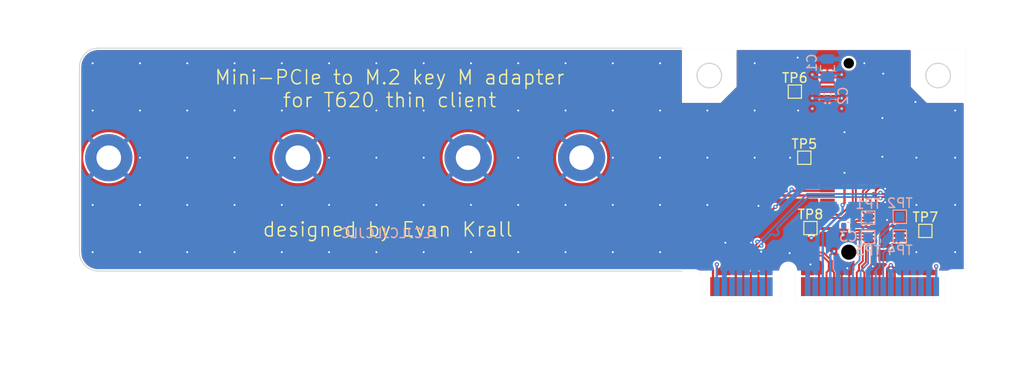
<source format=kicad_pcb>
(kicad_pcb (version 20211014) (generator pcbnew)
  (layers (0 "F.Cu" signal) (1 "In1.Cu" signal) (2 "In2.Cu" signal) (31 "B.Cu" signal) (34 "B.Paste" user) (35 "F.Paste" user) (36 "B.SilkS" user "B.Silkscreen") (37 "F.SilkS" user "F.Silkscreen") (38 "B.Mask" user) (39 "F.Mask" user) (44 "Edge.Cuts" user))
  (net 0 "")
  (net 1 "/PER_0-")
  (net 2 "/3.3V")
  (net 4 "GND")
  (net 7 "/~{CLKREQ}")
  (net 16 "/~{PERST}")
  (net 17 "/PER_0+")
  (net 18 "/PET_0-")
  (net 20 "Net-(J1-Pad30)")
  (net 21 "/PET_0+")
  (net 22 "Net-(J1-Pad32)")
  (net 23 "/REFCLK-")
  (net 24 "Net-(J1-Pad36)")
  (net 25 "Net-(J1-Pad38)")
  (net 38 "Net-(J2-Pad10)")
  (net 58 "Net-(J2-Pad38)")
  (net 64 "/~{PEWAKE}")
  (net 68 "Net-(J2-Pad68)")
  (net 69 "Net-(J2-Pad69)")
  (net 70 "/REFCLK+")
  (footprint "TestPoint:TestPoint_Pad_1.0x1.0mm" (layer "F.Cu") (at 183.45 86.85)
    (fp_text reference "TP7")
    (fp_text value "TestPoint")
  )
  (footprint "mpcie:mpcie-half-card" (layer "F.Cu") (at 172.7 94.3)
    (fp_text reference "J1" hide)
    (fp_text value "Bus_PCI_Express_Mini" hide)
    (fp_line (start -4.5 0) (end -4.5 -3.25) (layer "Edge.Cuts") (width 0.01))
    (fp_line (start -12.85 0) (end -12.85 -2.4) (layer "Edge.Cuts") (width 0.01))
    (fp_line (start 15 -26.8) (end -15 -26.8) (layer "Edge.Cuts") (width 0.01))
    (fp_line (start -13.65 -3.2) (end -15 -3.2) (layer "Edge.Cuts") (width 0.01))
    (fp_line (start -3 0) (end -3 -3.25) (layer "Edge.Cuts") (width 0.01))
    (fp_line (start 15 -3.2) (end 15 -26.8) (layer "Edge.Cuts") (width 0.01))
    (fp_line (start 12.85 0) (end 12.85 -2.4) (layer "Edge.Cuts") (width 0.01))
    (fp_line (start -3 0) (end 12.85 0) (layer "Edge.Cuts") (width 0.01))
    (fp_line (start -4.5 0) (end -12.85 0) (layer "Edge.Cuts") (width 0.01))
    (fp_line (start 15 -3.2) (end 13.65 -3.2) (layer "Edge.Cuts") (width 0.01))
    (fp_arc (start 12.85 -2.4) (mid 13.084315 -2.965685) (end 13.65 -3.2) (layer "Edge.Cuts") (width 0.01))
    (fp_arc (start -13.65 -3.2) (mid -13.084315 -2.965685) (end -12.85 -2.4) (layer "Edge.Cuts") (width 0.01))
    (fp_arc (start -4.5 -3.25) (mid -3.75 -4) (end -3 -3.25) (layer "Edge.Cuts") (width 0.01))
    (fp_circle (center 12.1 -23.9) (end 13.4 -23.9) (layer "Edge.Cuts") (width 0.12) (fill none))
    (fp_circle (center -12.1 -23.9) (end -10.8 -23.9) (layer "Edge.Cuts") (width 0.12) (fill none))
  )
  (footprint "TestPoint:TestPoint_Pad_1.0x1.0mm" (layer "F.Cu") (at 170.65 79.1)
    (fp_text reference "TP5")
    (fp_text value "TestPoint")
  )
  (footprint "TestPoint:TestPoint_Pad_1.0x1.0mm" (layer "F.Cu") (at 171.3 86.55)
    (fp_text reference "TP8")
    (fp_text value "TestPoint")
  )
  (footprint "TestPoint:TestPoint_Pad_1.0x1.0mm" (layer "F.Cu") (at 169.65 72.1)
    (fp_text reference "TP6")
    (fp_text value "TestPoint")
  )
  (footprint "footprints:246411067101894M_and_SM3ZS067U215-NUT1" (layer "F.Cu") (at 177.1 79.1 -90)
    (fp_text reference "J2" hide)
    (fp_text value "Bus_M.2_Socket_M")
  )
  (footprint "TestPoint:TestPoint_Pad_1.0x1.0mm" (layer "B.Cu") (at 177.4 87.5)
    (fp_text reference "TP3")
    (fp_text value "TestPoint")
  )
  (footprint "TestPoint:TestPoint_Pad_1.0x1.0mm" (layer "B.Cu") (at 177.4 85.45 180)
    (fp_text reference "TP1")
    (fp_text value "TestPoint")
  )
  (footprint "Capacitor_SMD:C_0402_1005Metric" (layer "B.Cu") (at 173.1 72.4 90)
    (fp_text reference "C2")
    (fp_text value "C")
  )
  (footprint "Capacitor_SMD:C_0402_1005Metric" (layer "B.Cu") (at 175.3 86.3)
    (fp_text reference "C3")
    (fp_text value "C")
  )
  (footprint "TestPoint:TestPoint_Pad_1.0x1.0mm" (layer "B.Cu") (at 180.75 87.45)
    (fp_text reference "TP4")
    (fp_text value "TestPoint")
  )
  (footprint "TestPoint:TestPoint_Pad_1.0x1.0mm" (layer "B.Cu") (at 180.75 85.35 180)
    (fp_text reference "TP2")
    (fp_text value "TestPoint")
  )
  (footprint "Capacitor_SMD:C_0805_2012Metric" (layer "B.Cu") (at 173.1 69.6 90)
    (fp_text reference "C1")
    (fp_text value "C")
  )
  (gr_arc (start 96 91.1) (mid 94.585786 90.514214) (end 94 89.1) (layer "Edge.Cuts") (width 0.1))
  (gr_line (start 94 69.5) (end 94 89.1) (layer "Edge.Cuts") (width 0.1))
  (gr_line (start 157.7 67.5) (end 96 67.5) (layer "Edge.Cuts") (width 0.1))
  (gr_line (start 157.7 91.1) (end 96 91.1) (layer "Edge.Cuts") (width 0.1))
  (gr_arc (start 94 69.5) (mid 94.585786 68.085786) (end 96 67.5) (layer "Edge.Cuts") (width 0.1))
  (gr_text "JLCJLCJLCJLC" (at 126.8 87.1) (layer "B.SilkS") (effects (font (size 1 1)) (justify mirror)))
  (gr_text "designed by Evan Krall" (at 126.6 86.7) (layer "F.SilkS") (effects (font (size 1.5 1.5))))
  (gr_text "Mini-PCIe to M.2 key M adapter\nfor T620 thin client" (at 126.8 71.8) (layer "F.SilkS") (effects (font (size 1.5 1.5))))
  (segment (start 179.442499 79.85) (end 180.605 79.85) (width 0.2) (layer "F.Cu") (net 1))
  (segment (start 173.19998 91.050019) (end 173.19998 91.00857) (width 0.2) (layer "F.Cu") (net 1))
  (segment (start 179.355999 79.9365) (end 179.442499 79.85) (width 0.2) (layer "F.Cu") (net 1))
  (segment (start 175.77348 83.86475) (end 175.77348 81.695296) (width 0.2) (layer "F.Cu") (net 1))
  (segment (start 170.701731 89.4635) (end 169.72348 88.485249) (width 0.2) (layer "F.Cu") (net 1))
  (segment (start 169.72348 86.06475) (end 170.65173 85.1365) (width 0.2) (layer "F.Cu") (net 1))
  (segment (start 173 92.75) (end 173 91.249999) (width 0.2) (layer "F.Cu") (net 1))
  (segment (start 175.77348 81.695296) (end 177.532276 79.9365) (width 0.2) (layer "F.Cu") (net 1))
  (segment (start 174.50173 85.1365) (end 175.77348 83.86475) (width 0.2) (layer "F.Cu") (net 1))
  (segment (start 173.2365 90.167724) (end 172.532276 89.4635) (width 0.2) (layer "F.Cu") (net 1))
  (segment (start 173 91.249999) (end 173.19998 91.050019) (width 0.2) (layer "F.Cu") (net 1))
  (segment (start 177.532276 79.9365) (end 179.355999 79.9365) (width 0.2) (layer "F.Cu") (net 1))
  (segment (start 173.2365 90.97205) (end 173.2365 90.167724) (width 0.2) (layer "F.Cu") (net 1))
  (segment (start 172.532276 89.4635) (end 170.701731 89.4635) (width 0.2) (layer "F.Cu") (net 1))
  (segment (start 170.65173 85.1365) (end 174.50173 85.1365) (width 0.2) (layer "F.Cu") (net 1))
  (segment (start 169.72348 88.485249) (end 169.72348 86.06475) (width 0.2) (layer "F.Cu") (net 1))
  (segment (start 173.19998 91.00857) (end 173.2365 90.97205) (width 0.2) (layer "F.Cu") (net 1))
  (segment (start 179.8 90.474502) (end 179.4 90.874502) (width 0.25) (layer "F.Cu") (net 2))
  (segment (start 179.4 90.874502) (end 179.4 92.75) (width 0.25) (layer "F.Cu") (net 2))
  (segment (start 180.2 90.874502) (end 180.2 92.75) (width 0.25) (layer "F.Cu") (net 2))
  (segment (start 179.8 90.474502) (end 180.2 90.874502) (width 0.25) (layer "F.Cu") (net 2))
  (via (at 184.6 90.6) (size 0.45) (drill 0.2) (layers "F.Cu" "B.Cu") (net 2))
  (via (at 179.8 90.474502) (size 0.45) (drill 0.2) (layers "F.Cu" "B.Cu") (net 2))
  (via (at 174.6 73.9) (size 0.45) (drill 0.2) (layers "F.Cu" "B.Cu") (net 2))
  (via (at 171.5 72.8) (size 0.45) (drill 0.2) (layers "F.Cu" "B.Cu") (net 2))
  (via (at 171.5 70.3) (size 0.45) (drill 0.2) (layers "F.Cu" "B.Cu") (net 2))
  (via (at 171.4 87.6) (size 0.45) (drill 0.2) (layers "F.Cu" "B.Cu") (net 2))
  (via (at 174.6 70.3) (size 0.45) (drill 0.2) (layers "F.Cu" "B.Cu") (net 2))
  (via (at 174.6 72.8) (size 0.45) (drill 0.2) (layers "F.Cu" "B.Cu") (net 2))
  (via (at 171.5 73.9) (size 0.45) (drill 0.2) (layers "F.Cu" "B.Cu") (net 2))
  (via (at 173.8 89) (size 0.45) (drill 0.2) (layers "F.Cu" "B.Cu") (net 2))
  (via (at 161.4 90.4) (size 0.45) (drill 0.2) (layers "F.Cu" "B.Cu") (net 2))
  (via (at 174.7 87.3) (size 0.45) (drill 0.2) (layers "F.Cu" "B.Cu") (net 2))
  (segment (start 161.4 92.75) (end 161.4 90.4) (width 0.25) (layer "B.Cu") (net 2))
  (segment (start 171.75 70.55) (end 171.5 70.3) (width 0.25) (layer "B.Cu") (net 2))
  (segment (start 173.4 92.75) (end 173.4 89.4) (width 0.25) (layer "B.Cu") (net 2))
  (segment (start 173.02 72.8) (end 173.1 72.88) (width 0.25) (layer "B.Cu") (net 2))
  (segment (start 174.6 70.3) (end 173.35 70.3) (width 0.25) (layer "B.Cu") (net 2))
  (segment (start 174.82 86.3) (end 174.82 87.18) (width 0.25) (layer "B.Cu") (net 2))
  (segment (start 171.5 72.8) (end 173.02 72.8) (width 0.25) (layer "B.Cu") (net 2))
  (segment (start 173.18 72.8) (end 173.1 72.88) (width 0.25) (layer "B.Cu") (net 2))
  (segment (start 174.82 87.18) (end 174.7 87.3) (width 0.25) (layer "B.Cu") (net 2))
  (segment (start 173.4 89.4) (end 173.8 89) (width 0.25) (layer "B.Cu") (net 2))
  (segment (start 173.35 70.3) (end 173.1 70.55) (width 0.25) (layer "B.Cu") (net 2))
  (segment (start 173.1 70.55) (end 171.75 70.55) (width 0.25) (layer "B.Cu") (net 2))
  (segment (start 174.6 72.8) (end 173.18 72.8) (width 0.25) (layer "B.Cu") (net 2))
  (segment (start 184.6 92.75) (end 184.6 90.6) (width 0.25) (layer "B.Cu") (net 2))
  (via (at 120.4 84.1) (size 0.45) (drill 0.2) (layers "F.Cu" "B.Cu") (net 4))
  (via (at 150.4 69.1) (size 0.45) (drill 0.2) (layers "F.Cu" "B.Cu") (net 4))
  (via (at 165.4 69.1) (size 0.45) (drill 0.2) (layers "F.Cu" "B.Cu") (net 4))
  (via (at 95.4 69.1) (size 0.45) (drill 0.2) (layers "F.Cu" "B.Cu") (net 4))
  (via (at 155.4 69.1) (size 0.45) (drill 0.2) (layers "F.Cu" "B.Cu") (net 4))
  (via (at 120.4 89.1) (size 0.45) (drill 0.2) (layers "F.Cu" "B.Cu") (net 4))
  (via (at 166.088 89.053306) (size 0.45) (drill 0.2) (layers "F.Cu" "B.Cu") (net 4))
  (via (at 100.4 84.1) (size 0.45) (drill 0.2) (layers "F.Cu" "B.Cu") (net 4))
  (via (at 135.4 84.1) (size 0.45) (drill 0.2) (layers "F.Cu" "B.Cu") (net 4))
  (via (at 115.4 84.1) (size 0.45) (drill 0.2) (layers "F.Cu" "B.Cu") (net 4))
  (via (at 155.4 84.1) (size 0.45) (drill 0.2) (layers "F.Cu" "B.Cu") (net 4))
  (via (at 150.4 79.1) (size 0.45) (drill 0.2) (layers "F.Cu" "B.Cu") (net 4))
  (via (at 115.4 74.1) (size 0.45) (drill 0.2) (layers "F.Cu" "B.Cu") (net 4))
  (via (at 174.9 80.7) (size 0.45) (drill 0.2) (layers "F.Cu" "B.Cu") (net 4))
  (via (at 186.6 79.1) (size 0.45) (drill 0.2) (layers "F.Cu" "B.Cu") (net 4))
  (via (at 182.4 73.2) (size 0.45) (drill 0.2) (layers "F.Cu" "B.Cu") (net 4))
  (via (at 178.9 74.9) (size 0.45) (drill 0.2) (layers "F.Cu" "B.Cu") (net 4))
  (via (at 162.3 88.1) (size 0.45) (drill 0.2) (layers "F.Cu" "B.Cu") (net 4))
  (via (at 125.4 79.1) (size 0.45) (drill 0.2) (layers "F.Cu" "B.Cu") (net 4))
  (via (at 120.4 79.1) (size 0.45) (drill 0.2) (layers "F.Cu" "B.Cu") (net 4))
  (via (at 179 70.2) (size 0.45) (drill 0.2) (layers "F.Cu" "B.Cu") (net 4))
  (via (at 105.4 74.1) (size 0.45) (drill 0.2) (layers "F.Cu" "B.Cu") (net 4))
  (via (at 130.4 89.1) (size 0.45) (drill 0.2) (layers "F.Cu" "B.Cu") (net 4))
  (via (at 186.6 89.1) (size 0.45) (drill 0.2) (layers "F.Cu" "B.Cu") (net 4))
  (via (at 95.4 89.1) (size 0.45) (drill 0.2) (layers "F.Cu" "B.Cu") (net 4))
  (via (at 150.4 89.1) (size 0.45) (drill 0.2) (layers "F.Cu" "B.Cu") (net 4))
  (via (at 120.4 69.1) (size 0.45) (drill 0.2) (layers "F.Cu" "B.Cu") (net 4))
  (via (at 130.4 79.1) (size 0.45) (drill 0.2) (layers "F.Cu" "B.Cu") (net 4))
  (via (at 105.4 89.1) (size 0.45) (drill 0.2) (layers "F.Cu" "B.Cu") (net 4))
  (via (at 165.4 74.1) (size 0.45) (drill 0.2) (layers "F.Cu" "B.Cu") (net 4))
  (via (at 145.4 74.1) (size 0.45) (drill 0.2) (layers "F.Cu" "B.Cu") (net 4))
  (via (at 115.4 89.1) (size 0.45) (drill 0.2) (layers "F.Cu" "B.Cu") (net 4))
  (via (at 140.4 89.1) (size 0.45) (drill 0.2) (layers "F.Cu" "B.Cu") (net 4))
  (via (at 125.4 84.1) (size 0.45) (drill 0.2) (layers "F.Cu" "B.Cu") (net 4))
  (via (at 115.4 69.1) (size 0.45) (drill 0.2) (layers "F.Cu" "B.Cu") (net 4))
  (via (at 145.4 84.1) (size 0.45) (drill 0.2) (layers "F.Cu" "B.Cu") (net 4))
  (via (at 100.4 79.1) (size 0.45) (drill 0.2) (layers "F.Cu" "B.Cu") (net 4))
  (via (at 130.4 69.1) (size 0.45) (drill 0.2) (layers "F.Cu" "B.Cu") (net 4))
  (via (at 145.4 69.1) (size 0.45) (drill 0.2) (layers "F.Cu" "B.Cu") (net 4))
  (via (at 179.196753 83.813368) (size 0.45) (drill 0.2) (layers "F.Cu" "B.Cu") (net 4))
  (via (at 169.15 79.1) (size 0.45) (drill 0.2) (layers "F.Cu" "B.Cu") (net 4))
  (via (at 178.9 79) (size 0.45) (drill 0.2) (layers "F.Cu" "B.Cu") (net 4))
  (via (at 110.4 84.1) (size 0.45) (drill 0.2) (layers "F.Cu" "B.Cu") (net 4))
  (via (at 155.4 79.1) (size 0.45) (drill 0.2) (layers "F.Cu" "B.Cu") (net 4))
  (via (at 135.4 74.1) (size 0.45) (drill 0.2) (layers "F.Cu" "B.Cu") (net 4))
  (via (at 160.4 74.1) (size 0.45) (drill 0.2) (layers "F.Cu" "B.Cu") (net 4))
  (via (at 140.4 79.1) (size 0.45) (drill 0.2) (layers "F.Cu" "B.Cu") (net 4))
  (via (at 95.4 84.1) (size 0.45) (drill 0.2) (layers "F.Cu" "B.Cu") (net 4))
  (via (at 125.4 74.1) (size 0.45) (drill 0.2) (layers "F.Cu" "B.Cu") (net 4))
  (via (at 174.9 76.4) (size 0.45) (drill 0.2) (layers "F.Cu" "B.Cu") (net 4))
  (via (at 140.4 74.1) (size 0.45) (drill 0.2) (layers "F.Cu" "B.Cu") (net 4))
  (via (at 95.4 74.1) (size 0.45) (drill 0.2) (layers "F.Cu" "B.Cu") (net 4))
  (via (at 169.95 68.5) (size 0.45) (drill 0.2) (layers "F.Cu" "B.Cu") (net 4))
  (via (at 179.196753 82.386632) (size 0.45) (drill 0.2) (layers "F.Cu" "B.Cu") (net 4))
  (via (at 171.3 90.4) (size 0.45) (drill 0.2) (layers "F.Cu" "B.Cu") (net 4))
  (via (at 140.4 69.1) (size 0.45) (drill 0.2) (layers "F.Cu" "B.Cu") (net 4))
  (via (at 140.4 84.1) (size 0.45) (drill 0.2) (layers "F.Cu" "B.Cu") (net 4))
  (via (at 182.5 84.1) (size 0.45) (drill 0.2) (layers "F.Cu" "B.Cu") (net 4))
  (via (at 177 69.1) (size 0.45) (drill 0.2) (layers "F.Cu" "B.Cu") (net 4))
  (via (at 182.5 89.1) (size 0.45) (drill 0.2) (layers "F.Cu" "B.Cu") (net 4))
  (via (at 110.4 79.1) (size 0.45) (drill 0.2) (layers "F.Cu" "B.Cu") (net 4))
  (via (at 100.4 74.1) (size 0.45) (drill 0.2) (layers "F.Cu" "B.Cu") (net 4))
  (via (at 150.4 74.1) (size 0.45) (drill 0.2) (layers "F.Cu" "B.Cu") (net 4))
  (via (at 155.4 89.1) (size 0.45) (drill 0.2) (layers "F.Cu" "B.Cu") (net 4))
  (via (at 165.033729 88.093291) (size 0.45) (drill 0.2) (layers "F.Cu" "B.Cu") (net 4))
  (via (at 150.4 84.1) (size 0.45) (drill 0.2) (layers "F.Cu" "B.Cu") (net 4))
  (via (at 177.9 90.6) (size 0.45) (drill 0.2) (layers "F.Cu" "B.Cu") (net 4))
  (via (at 135.4 69.1) (size 0.45) (drill 0.2) (layers "F.Cu" "B.Cu") (net 4))
  (via (at 100.4 69.1) (size 0.45) (drill 0.2) (layers "F.Cu" "B.Cu") (net 4))
  (via (at 179.4 85.7) (size 0.45) (drill 0.2) (layers "F.Cu" "B.Cu") (net 4))
  (via (at 135.4 89.1) (size 0.45) (drill 0.2) (layers "F.Cu" "B.Cu") (net 4))
  (via (at 120.4 74.1) (size 0.45) (drill 0.2) (layers "F.Cu" "B.Cu") (net 4))
  (via (at 165.4 79.1) (size 0.45) (drill 0.2) (layers "F.Cu" "B.Cu") (net 4))
  (via (at 110.4 89.1) (size 0.45) (drill 0.2) (layers "F.Cu" "B.Cu") (net 4))
  (via (at 169.1 89.2) (size 0.45) (drill 0.2) (layers "F.Cu" "B.Cu") (net 4))
  (via (at 175.2 90.8) (size 0.45) (drill 0.2) (layers "F.Cu" "B.Cu") (net 4))
  (via (at 100.4 89.1) (size 0.45) (drill 0.2) (layers "F.Cu" "B.Cu") (net 4))
  (via (at 170 74.1) (size 0.45) (drill 0.2) (layers "F.Cu" "B.Cu") (net 4))
  (via (at 186.6 84.1) (size 0.45) (drill 0.2) (layers "F.Cu" "B.Cu") (net 4))
  (via (at 145.4 89.1) (size 0.45) (drill 0.2) (layers "F.Cu" "B.Cu") (net 4))
  (via (at 182.5 79.1) (size 0.45) (drill 0.2) (layers "F.Cu" "B.Cu") (net 4))
  (via (at 110.4 69.1) (size 0.45) (drill 0.2) (layers "F.Cu" "B.Cu") (net 4))
  (via (at 186.6 74.1) (size 0.45) (drill 0.2) (layers "F.Cu" "B.Cu") (net 4))
  (via (at 160.4 79.1) (size 0.45) (drill 0.2) (layers "F.Cu" "B.Cu") (net 4))
  (via (at 110.4 74.1) (size 0.45) (drill 0.2) (layers "F.Cu" "B.Cu") (net 4))
  (via (at 130.4 74.1) (size 0.45) (drill 0.2) (layers "F.Cu" "B.Cu") (net 4))
  (via (at 125.4 89.1) (size 0.45) (drill 0.2) (layers "F.Cu" "B.Cu") (net 4))
  (via (at 130.4 84.1) (size 0.45) (drill 0.2) (layers "F.Cu" "B.Cu") (net 4))
  (via (at 105.4 84.1) (size 0.45) (drill 0.2) (layers "F.Cu" "B.Cu") (net 4))
  (via (at 125.4 69.1) (size 0.45) (drill 0.2) (layers "F.Cu" "B.Cu") (net 4))
  (via (at 160.4 84.1) (size 0.45) (drill 0.2) (layers "F.Cu" "B.Cu") (net 4))
  (via (at 165.8 84.2) (size 0.45) (drill 0.2) (layers "F.Cu" "B.Cu") (net 4))
  (via (at 105.4 69.1) (size 0.45) (drill 0.2) (layers "F.Cu" "B.Cu") (net 4))
  (via (at 155.4 74.1) (size 0.45) (drill 0.2) (layers "F.Cu" "B.Cu") (net 4))
  (via (at 105.4 79.1) (size 0.45) (drill 0.2) (layers "F.Cu" "B.Cu") (net 4))
  (segment (start 169.3 82.45) (end 169.45 82.6) (width 0.25) (layer "F.Cu") (net 7))
  (segment (start 163.4 88.5) (end 163.4 92.75) (width 0.25) (layer "F.Cu") (net 7))
  (segment (start 167.6 84.3) (end 163.4 88.5) (width 0.25) (layer "F.Cu") (net 7))
  (segment (start 169.45 82.6) (end 173.095 82.6) (width 0.25) (layer "F.Cu") (net 7))
  (via (at 169.3 82.45) (size 0.45) (drill 0.2) (layers "F.Cu" "B.Cu") (net 7))
  (via (at 167.6 84.3) (size 0.45) (drill 0.2) (layers "F.Cu" "B.Cu") (net 7))
  (segment (start 169.3 82.6) (end 169.3 82.45) (width 0.25) (layer "B.Cu") (net 7))
  (segment (start 167.6 84.3) (end 169.3 82.6) (width 0.25) (layer "B.Cu") (net 7))
  (segment (start 174.9 82.4) (end 174.6 82.1) (width 0.25) (layer "F.Cu") (net 16))
  (segment (start 174.7 84.1) (end 174.9 83.9) (width 0.25) (layer "F.Cu") (net 16))
  (segment (start 174.9 83.9) (end 174.9 82.4) (width 0.25) (layer "F.Cu") (net 16))
  (segment (start 174.6 82.1) (end 173.095 82.1) (width 0.25) (layer "F.Cu") (net 16))
  (via (at 174.7 84.1) (size 0.45) (drill 0.2) (layers "F.Cu" "B.Cu") (net 16))
  (segment (start 172.6 86.9) (end 172.6 92.75) (width 0.25) (layer "B.Cu") (net 16))
  (segment (start 174.7 84.1) (end 174.7 84.8) (width 0.25) (layer "B.Cu") (net 16))
  (segment (start 174.7 84.8) (end 172.6 86.9) (width 0.25) (layer "B.Cu") (net 16))
  (segment (start 173.60002 91.00857) (end 173.5635 90.97205) (width 0.2) (layer "F.Cu") (net 17))
  (segment (start 173.8 92.75) (end 173.8 91.249999) (width 0.2) (layer "F.Cu") (net 17))
  (segment (start 173.5635 90.032276) (end 172.667724 89.1365) (width 0.2) (layer "F.Cu") (net 17))
  (segment (start 176.1 84) (end 176.1 81.831224) (width 0.2) (layer "F.Cu") (net 17))
  (segment (start 174.63698 85.46302) (end 176.1 84) (width 0.2) (layer "F.Cu") (net 17))
  (segment (start 176.1 81.831224) (end 177.667724 80.2635) (width 0.2) (layer "F.Cu") (net 17))
  (segment (start 179.355999 80.2635) (end 179.442499 80.35) (width 0.2) (layer "F.Cu") (net 17))
  (segment (start 171.008478 89.1365) (end 170.8365 89.1365) (width 0.2) (layer "F.Cu") (net 17))
  (segment (start 170.05 88.35) (end 170.05 86.2) (width 0.2) (layer "F.Cu") (net 17))
  (segment (start 171.608478 88.608477) (end 171.5365 88.608477) (width 0.2) (layer "F.Cu") (net 17))
  (segment (start 170.78698 85.46302) (end 174.63698 85.46302) (width 0.2) (layer "F.Cu") (net 17))
  (segment (start 171.272489 88.872488) (end 171.272489 88.872489) (width 0.2) (layer "F.Cu") (net 17))
  (segment (start 170.05 86.2) (end 170.78698 85.46302) (width 0.2) (layer "F.Cu") (net 17))
  (segment (start 179.442499 80.35) (end 180.605 80.35) (width 0.2) (layer "F.Cu") (net 17))
  (segment (start 173.8 91.249999) (end 173.60002 91.050019) (width 0.2) (layer "F.Cu") (net 17))
  (segment (start 170.8365 89.1365) (end 170.05 88.35) (width 0.2) (layer "F.Cu") (net 17))
  (segment (start 172.667724 89.1365) (end 172.1365 89.1365) (width 0.2) (layer "F.Cu") (net 17))
  (segment (start 173.5635 90.97205) (end 173.5635 90.032276) (width 0.2) (layer "F.Cu") (net 17))
  (segment (start 177.667724 80.2635) (end 179.355999 80.2635) (width 0.2) (layer "F.Cu") (net 17))
  (segment (start 171.872489 88.872489) (end 171.872489 88.872488) (width 0.2) (layer "F.Cu") (net 17))
  (segment (start 173.60002 91.050019) (end 173.60002 91.00857) (width 0.2) (layer "F.Cu") (net 17))
  (arc (start 171.272489 88.872489) (mid 171.195162 89.059173) (end 171.008478 89.1365) (width 0.2) (layer "F.Cu") (net 17))
  (arc (start 171.5365 88.608477) (mid 171.349816 88.685804) (end 171.272489 88.872488) (width 0.2) (layer "F.Cu") (net 17))
  (arc (start 172.1365 89.1365) (mid 171.949816 89.059173) (end 171.872489 88.872489) (width 0.2) (layer "F.Cu") (net 17))
  (arc (start 171.872489 88.872488) (mid 171.795162 88.685804) (end 171.608478 88.608477) (width 0.2) (layer "F.Cu") (net 17))
  (segment (start 176.8365 90.032276) (end 176.8365 88.5635) (width 0.2) (layer "F.Cu") (net 18))
  (segment (start 178.032276 81.4365) (end 179.355999 81.4365) (width 0.2) (layer "F.Cu") (net 18))
  (segment (start 176.22168 86.765) (end 176.8365 86.765) (width 0.2) (layer "F.Cu") (net 18))
  (segment (start 177.327 88.073) (end 177.77832 88.073) (width 0.2) (layer "F.Cu") (net 18))
  (segment (start 179.442499 81.35) (end 180.605 81.35) (width 0.2) (layer "F.Cu") (net 18))
  (segment (start 176.2 92.75) (end 176.2 91.249999) (width 0.2) (layer "F.Cu") (net 18))
  (segment (start 177.77832 85.13) (end 177.327 85.13) (width 0.2) (layer "F.Cu") (net 18))
  (segment (start 176.2 91.249999) (end 176.39998 91.050019) (width 0.2) (layer "F.Cu") (net 18))
  (segment (start 176.8365 86.765) (end 177.77832 86.765) (width 0.2) (layer "F.Cu") (net 18))
  (segment (start 177.77832 87.746) (end 177.327 87.746) (width 0.2) (layer "F.Cu") (net 18))
  (segment (start 176.39998 91.050019) (end 176.39998 91.00857) (width 0.2) (layer "F.Cu") (net 18))
  (segment (start 176.4365 90.432276) (end 176.8365 90.032276) (width 0.2) (layer "F.Cu") (net 18))
  (segment (start 177.327 87.746) (end 176.22168 87.746) (width 0.2) (layer "F.Cu") (net 18))
  (segment (start 177.77832 86.438) (end 177.1635 86.438) (width 0.2) (layer "F.Cu") (net 18))
  (segment (start 176.22168 85.457) (end 176.8365 85.457) (width 0.2) (layer "F.Cu") (net 18))
  (segment (start 176.8365 85.457) (end 177.77832 85.457) (width 0.2) (layer "F.Cu") (net 18))
  (segment (start 177.1635 86.438) (end 176.22168 86.438) (width 0.2) (layer "F.Cu") (net 18))
  (segment (start 176.8365 84.6395) (end 176.8365 83.928614) (width 0.2) (layer "F.Cu") (net 18))
  (segment (start 176.8365 82.632276) (end 178.032276 81.4365) (width 0.2) (layer "F.Cu") (net 18))
  (segment (start 176.8365 83.928614) (end 176.8365 82.632276) (width 0.2) (layer "F.Cu") (net 18))
  (segment (start 176.4365 90.97205) (end 176.4365 90.432276) (width 0.2) (layer "F.Cu") (net 18))
  (segment (start 176.39998 91.00857) (end 176.4365 90.97205) (width 0.2) (layer "F.Cu") (net 18))
  (segment (start 179.355999 81.4365) (end 179.442499 81.35) (width 0.2) (layer "F.Cu") (net 18))
  (arc (start 176.22168 87.746) (mid 175.874844 87.602336) (end 175.73118 87.2555) (width 0.2) (layer "F.Cu") (net 18))
  (arc (start 177.327 85.13) (mid 176.980164 84.986336) (end 176.8365 84.6395) (width 0.2) (layer "F.Cu") (net 18))
  (arc (start 175.73118 85.9475) (mid 175.874844 85.600664) (end 176.22168 85.457) (width 0.2) (layer "F.Cu") (net 18))
  (arc (start 177.77832 88.073) (mid 177.893932 88.025112) (end 177.94182 87.9095) (width 0.2) (layer "F.Cu") (net 18))
  (arc (start 177.77832 85.457) (mid 177.893932 85.409112) (end 177.94182 85.2935) (width 0.2) (layer "F.Cu") (net 18))
  (arc (start 177.94182 86.6015) (mid 177.893932 86.485888) (end 177.77832 86.438) (width 0.2) (layer "F.Cu") (net 18))
  (arc (start 176.8365 88.5635) (mid 176.980164 88.216664) (end 177.327 88.073) (width 0.2) (layer "F.Cu") (net 18))
  (arc (start 175.73118 87.2555) (mid 175.874844 86.908664) (end 176.22168 86.765) (width 0.2) (layer "F.Cu") (net 18))
  (arc (start 177.94182 87.9095) (mid 177.893932 87.793888) (end 177.77832 87.746) (width 0.2) (layer "F.Cu") (net 18))
  (arc (start 177.94182 85.2935) (mid 177.893932 85.177888) (end 177.77832 85.13) (width 0.2) (layer "F.Cu") (net 18))
  (arc (start 176.22168 86.438) (mid 175.874844 86.294336) (end 175.73118 85.9475) (width 0.2) (layer "F.Cu") (net 18))
  (arc (start 177.77832 86.765) (mid 177.893932 86.717112) (end 177.94182 86.6015) (width 0.2) (layer "F.Cu") (net 18))
  (segment (start 175.8 90.65) (end 175.8 92.75) (width 0.19) (layer "B.Cu") (net 20))
  (segment (start 176.5 86.95) (end 176.5 89.95) (width 0.19) (layer "B.Cu") (net 20))
  (segment (start 177.4 86.05) (end 176.5 86.95) (width 0.19) (layer "B.Cu") (net 20))
  (segment (start 177.4 85.45) (end 177.4 86.05) (width 0.19) (layer "B.Cu") (net 20))
  (segment (start 176.5 89.95) (end 175.8 90.65) (width 0.19) (layer "B.Cu") (net 20))
  (segment (start 176.22168 87.092) (end 176.8365 87.092) (width 0.2) (layer "F.Cu") (net 21))
  (segment (start 177.327 87.419) (end 176.22168 87.419) (width 0.2) (layer "F.Cu") (net 21))
  (segment (start 177 91.249999) (end 176.80002 91.050019) (width 0.2) (layer "F.Cu") (net 21))
  (segment (start 177.1635 84.6395) (end 177.1635 84.1365) (width 0.2) (layer "F.Cu") (net 21))
  (segment (start 177.402538 83.4615) (end 177.3885 83.4615) (width 0.2) (layer "F.Cu") (net 21))
  (segment (start 177.77832 86.111) (end 177.1635 86.111) (width 0.2) (layer "F.Cu") (net 21))
  (segment (start 176.22168 85.784) (end 176.8365 85.784) (width 0.2) (layer "F.Cu") (net 21))
  (segment (start 176.7635 90.97205) (end 176.7635 90.567724) (width 0.2) (layer "F.Cu") (net 21))
  (segment (start 177.327 88.4) (end 177.77832 88.4) (width 0.2) (layer "F.Cu") (net 21))
  (segment (start 177.1635 82.767724) (end 178.167724 81.7635) (width 0.2) (layer "F.Cu") (net 21))
  (segment (start 179.355999 81.7635) (end 179.442499 81.85) (width 0.2) (layer "F.Cu") (net 21))
  (segment (start 177.1635 83.1865) (end 177.1635 82.767724) (width 0.2) (layer "F.Cu") (net 21))
  (segment (start 179.442499 81.85) (end 180.605 81.85) (width 0.2) (layer "F.Cu") (net 21))
  (segment (start 176.8365 87.092) (end 177.77832 87.092) (width 0.2) (layer "F.Cu") (net 21))
  (segment (start 176.8365 85.784) (end 177.77832 85.784) (width 0.2) (layer "F.Cu") (net 21))
  (segment (start 176.80002 91.050019) (end 176.80002 91.00857) (width 0.2) (layer "F.Cu") (net 21))
  (segment (start 176.80002 91.00857) (end 176.7635 90.97205) (width 0.2) (layer "F.Cu") (net 21))
  (segment (start 178.167724 81.7635) (end 179.355999 81.7635) (width 0.2) (layer "F.Cu") (net 21))
  (segment (start 177 92.75) (end 177 91.249999) (width 0.2) (layer "F.Cu") (net 21))
  (segment (start 177.1635 90.167724) (end 177.1635 88.5635) (width 0.2) (layer "F.Cu") (net 21))
  (segment (start 177.77832 84.803) (end 177.327 84.803) (width 0.2) (layer "F.Cu") (net 21))
  (segment (start 177.1635 83.2365) (end 177.1635 83.1865) (width 0.2) (layer "F.Cu") (net 21))
  (segment (start 176.7635 90.567724) (end 177.1635 90.167724) (width 0.2) (layer "F.Cu") (net 21))
  (segment (start 177.3885 83.9115) (end 177.402538 83.9115) (width 0.2) (layer "F.Cu") (net 21))
  (segment (start 177.1635 86.111) (end 176.22168 86.111) (width 0.2) (layer "F.Cu") (net 21))
  (segment (start 177.77832 87.419) (end 177.327 87.419) (width 0.2) (layer "F.Cu") (net 21))
  (arc (start 177.327 84.803) (mid 177.211388 84.755112) (end 177.1635 84.6395) (width 0.2) (layer "F.Cu") (net 21))
  (arc (start 177.1635 88.5635) (mid 177.211388 88.447888) (end 177.327 88.4) (width 0.2) (layer "F.Cu") (net 21))
  (arc (start 177.1635 84.1365) (mid 177.229401 83.977401) (end 177.3885 83.9115) (width 0.2) (layer "F.Cu") (net 21))
  (arc (start 176.22168 86.111) (mid 176.106068 86.063112) (end 176.05818 85.9475) (width 0.2) (layer "F.Cu") (net 21))
  (arc (start 178.26882 86.6015) (mid 178.125156 86.254664) (end 177.77832 86.111) (width 0.2) (layer "F.Cu") (net 21))
  (arc (start 176.05818 85.9475) (mid 176.106068 85.831888) (end 176.22168 85.784) (width 0.2) (layer "F.Cu") (net 21))
  (arc (start 177.77832 88.4) (mid 178.125156 88.256336) (end 178.26882 87.9095) (width 0.2) (layer "F.Cu") (net 21))
  (arc (start 178.26882 85.2935) (mid 178.125156 84.946664) (end 177.77832 84.803) (width 0.2) (layer "F.Cu") (net 21))
  (arc (start 177.627538 83.6865) (mid 177.561637 83.527401) (end 177.402538 83.4615) (width 0.2) (layer "F.Cu") (net 21))
  (arc (start 177.77832 87.092) (mid 178.125156 86.948336) (end 178.26882 86.6015) (width 0.2) (layer "F.Cu") (net 21))
  (arc (start 176.05818 87.2555) (mid 176.106068 87.139888) (end 176.22168 87.092) (width 0.2) (layer "F.Cu") (net 21))
  (arc (start 177.3885 83.4615) (mid 177.229401 83.395599) (end 177.1635 83.2365) (width 0.2) (layer "F.Cu") (net 21))
  (arc (start 177.77832 85.784) (mid 178.125156 85.640336) (end 178.26882 85.2935) (width 0.2) (layer "F.Cu") (net 21))
  (arc (start 177.402538 83.9115) (mid 177.561637 83.845599) (end 177.627538 83.6865) (width 0.2) (layer "F.Cu") (net 21))
  (arc (start 178.26882 87.9095) (mid 178.125156 87.562664) (end 177.77832 87.419) (width 0.2) (layer "F.Cu") (net 21))
  (arc (start 176.22168 87.419) (mid 176.106068 87.371112) (end 176.05818 87.2555) (width 0.2) (layer "F.Cu") (net 21))
  (segment (start 176.6 91.1) (end 177.4 90.3) (width 0.19) (layer "B.Cu") (net 22))
  (segment (start 176.6 92.75) (end 176.6 91.1) (width 0.19) (layer "B.Cu") (net 22))
  (segment (start 177.4 90.3) (end 177.4 87.5) (width 0.19) (layer "B.Cu") (net 22))
  (segment (start 165.2365 88.632276) (end 165.695999 88.172777) (width 0.2) (layer "F.Cu") (net 23))
  (segment (start 179.355999 82.9365) (end 179.442499 82.85) (width 0.2) (layer "F.Cu") (net 23))
  (segment (start 165 92.75) (end 165 91.249999) (width 0.2) (layer "F.Cu") (net 23))
  (segment (start 165.695999 88.172777) (end 165.695999 87.995999) (width 0.2) (layer "F.Cu") (net 23))
  (segment (start 178.825 82.9365) (end 179.355999 82.9365) (width 0.2) (layer "F.Cu") (net 23))
  (segment (start 179.442499 82.85) (end 180.605 82.85) (width 0.2) (layer "F.Cu") (net 23))
  (segment (start 165.19998 91.00857) (end 165.2365 90.97205) (width 0.2) (layer "F.Cu") (net 23))
  (segment (start 165.19998 91.050019) (end 165.19998 91.00857) (width 0.2) (layer "F.Cu") (net 23))
  (segment (start 165.2365 90.97205) (end 165.2365 88.632276) (width 0.2) (layer "F.Cu") (net 23))
  (segment (start 178.7 82.8115) (end 178.825 82.9365) (width 0.2) (layer "F.Cu") (net 23))
  (segment (start 165 91.249999) (end 165.19998 91.050019) (width 0.2) (layer "F.Cu") (net 23))
  (via (at 165.695999 87.995999) (size 0.45) (drill 0.2) (layers "F.Cu" "B.Cu") (net 23))
  (via (at 178.7 82.8115) (size 0.45) (drill 0.2) (layers "F.Cu" "B.Cu") (net 23))
  (segment (start 170.932276 82.9365) (end 178.575 82.9365) (width 0.2) (layer "B.Cu") (net 23))
  (segment (start 165.695999 87.995999) (end 165.872777 87.995999) (width 0.2) (layer "B.Cu") (net 23))
  (segment (start 165.872777 87.995999) (end 170.932276 82.9365) (width 0.2) (layer "B.Cu") (net 23))
  (segment (start 178.575 82.9365) (end 178.7 82.8115) (width 0.2) (layer "B.Cu") (net 23))
  (segment (start 178.2 91.034701) (end 178.61048 90.624221) (width 0.19) (layer "B.Cu") (net 24))
  (segment (start 178.61048 87.48952) (end 180.75 85.35) (width 0.19) (layer "B.Cu") (net 24))
  (segment (start 178.61048 90.624221) (end 178.61048 87.48952) (width 0.19) (layer "B.Cu") (net 24))
  (segment (start 178.2 92.75) (end 178.2 91.034701) (width 0.19) (layer "B.Cu") (net 24))
  (segment (start 179 92.75) (end 179 89.2) (width 0.19) (layer "B.Cu") (net 25))
  (segment (start 179 89.2) (end 180.75 87.45) (width 0.19) (layer "B.Cu") (net 25))
  (segment (start 173.095 72.1) (end 169.65 72.1) (width 0.19) (layer "F.Cu") (net 38))
  (segment (start 170.65 79.1) (end 173.095 79.1) (width 0.19) (layer "F.Cu") (net 58))
  (segment (start 161 91) (end 161 92.75) (width 0.25) (layer "F.Cu") (net 64))
  (segment (start 160.6 88) (end 160.6 90.6) (width 0.25) (layer "F.Cu") (net 64))
  (segment (start 160.6 90.6) (end 161 91) (width 0.25) (layer "F.Cu") (net 64))
  (segment (start 173.095 83.1) (end 165.5 83.1) (width 0.25) (layer "F.Cu") (net 64))
  (segment (start 165.5 83.1) (end 160.6 88) (width 0.25) (layer "F.Cu") (net 64))
  (segment (start 173.095 86.6) (end 171.35 86.6) (width 0.2) (layer "F.Cu") (net 68))
  (segment (start 171.35 86.6) (end 171.3 86.55) (width 0.2) (layer "F.Cu") (net 68))
  (segment (start 180.605 86.85) (end 183.45 86.85) (width 0.19) (layer "F.Cu") (net 69))
  (segment (start 165.60002 91.050019) (end 165.60002 91.00857) (width 0.2) (layer "F.Cu") (net 70))
  (segment (start 165.8 91.249999) (end 165.60002 91.050019) (width 0.2) (layer "F.Cu") (net 70))
  (segment (start 165.927223 88.404001) (end 166.104001 88.404001) (width 0.2) (layer "F.Cu") (net 70))
  (segment (start 165.8 92.75) (end 165.8 91.249999) (width 0.2) (layer "F.Cu") (net 70))
  (segment (start 179.355999 83.2635) (end 179.442499 83.35) (width 0.2) (layer "F.Cu") (net 70))
  (segment (start 165.5635 88.767724) (end 165.927223 88.404001) (width 0.2) (layer "F.Cu") (net 70))
  (segment (start 165.60002 91.00857) (end 165.5635 90.97205) (width 0.2) (layer "F.Cu") (net 70))
  (segment (start 178.7 83.3885) (end 178.825 83.2635) (width 0.2) (layer "F.Cu") (net 70))
  (segment (start 178.825 83.2635) (end 179.355999 83.2635) (width 0.2) (layer "F.Cu") (net 70))
  (segment (start 179.442499 83.35) (end 180.605 83.35) (width 0.2) (layer "F.Cu") (net 70))
  (segment (start 165.5635 90.97205) (end 165.5635 88.767724) (width 0.2) (layer "F.Cu") (net 70))
  (via (at 166.104001 88.404001) (size 0.45) (drill 0.2) (layers "F.Cu" "B.Cu") (net 70))
  (via (at 178.7 83.3885) (size 0.45) (drill 0.2) (layers "F.Cu" "B.Cu") (net 70))
  (segment (start 166.104001 88.404001) (end 166.104001 88.227223) (width 0.2) (layer "B.Cu") (net 70))
  (segment (start 166.104001 88.227223) (end 167.065612 87.265612) (width 0.2) (layer "B.Cu") (net 70))
  (segment (start 167.81291 87.265613) (end 167.812911 87.265612) (width 0.2) (layer "B.Cu") (net 70))
  (segment (start 178.575 83.2635) (end 178.7 83.3885) (width 0.2) (layer "B.Cu") (net 70))
  (segment (start 167.863523 86.467697) (end 167.863524 86.467696) (width 0.2) (layer "B.Cu") (net 70))
  (segment (start 167.863525 86.841347) (end 167.863524 86.841346) (width 0.2) (layer "B.Cu") (net 70))
  (segment (start 167.812911 87.265612) (end 167.863525 87.214997) (width 0.2) (layer "B.Cu") (net 70))
  (segment (start 167.949496 86.381728) (end 171.067724 83.2635) (width 0.2) (layer "B.Cu") (net 70))
  (segment (start 167.863524 86.467696) (end 167.949496 86.381728) (width 0.2) (layer "B.Cu") (net 70))
  (segment (start 167.863526 86.841348) (end 167.863525 86.841347) (width 0.2) (layer "B.Cu") (net 70))
  (segment (start 171.067724 83.2635) (end 178.575 83.2635) (width 0.2) (layer "B.Cu") (net 70))
  (segment (start 167.43926 87.265612) (end 167.439261 87.265612) (width 0.2) (layer "B.Cu") (net 70))
  (arc (start 167.863524 86.841346) (mid 167.786138 86.654522) (end 167.863523 86.467697) (width 0.2) (layer "B.Cu") (net 70))
  (arc (start 167.439261 87.265612) (mid 167.626085 87.342998) (end 167.81291 87.265613) (width 0.2) (layer "B.Cu") (net 70))
  (arc (start 167.863525 87.214997) (mid 167.940911 87.028173) (end 167.863526 86.841348) (width 0.2) (layer "B.Cu") (net 70))
  (arc (start 167.065612 87.265612) (mid 167.252436 87.188227) (end 167.43926 87.265612) (width 0.2) (layer "B.Cu") (net 70))
  (zone (net 2) (net_name "/3.3V") (layer "F.Cu") (priority 1) (connect_pads thru_hole_only (clearance 0.4)) (min_thickness 0.2) (fill yes (thermal_gap 0.2) (thermal_bridge_width 0.2))
    (polygon (pts (xy 175.3 89.6) (xy 173.9 89.6) (xy 172.8 88.5) (xy 170.8 88.5) (xy 170.4 88.1) (xy 170.4 87) (xy 170.8 86.6) (xy 175.3 86.6)))
  )
  (zone (net 4) (net_name "GND") (layer "F.Cu") (connect_pads (clearance 0.2)) (min_thickness 0.2) (fill yes (thermal_gap 0.2) (thermal_bridge_width 0.2))
    (polygon (pts (xy 191.2 101.4) (xy 88.4 101.4) (xy 88.4 62.4) (xy 191.2 62.4)))
  )
  (zone (net 4) (net_name "GND") (layer "F.Cu") (priority 1) (connect_pads (clearance 0.4)) (min_thickness 0.2) (fill yes (thermal_gap 0.2) (thermal_bridge_width 0.2))
    (polygon (pts (xy 178.1 80.9) (xy 178.1 83.7) (xy 179.1 84.6) (xy 179.1 88.2) (xy 178 89.3) (xy 178 90.3) (xy 177.4 90.9) (xy 177.4 91.4) (xy 175.95 91.4) (xy 175.95 90) (xy 176.2 88.2) (xy 175.7 88.2) (xy 175.7 84.9) (xy 176.4 84.2) (xy 176.4 82.5) (xy 178 80.9)))
  )
  (zone (net 4) (net_name "GND") (layer "F.Cu") (priority 1) (connect_pads (clearance 0.4)) (min_thickness 0.2) (fill yes (thermal_gap 0.2) (thermal_bridge_width 0.2))
    (polygon (pts (xy 179.4 81.3) (xy 177.7 81.4) (xy 176.5 82.5) (xy 176.5 84.1) (xy 174.7 85.9) (xy 170.6 85.9) (xy 169.8 86.7) (xy 169.8 88.2) (xy 170.6 89) (xy 172.6 89) (xy 174.2 90.6) (xy 174.2 92.9) (xy 172.3 92.9) (xy 172.3 90.5) (xy 171.9 90.1) (xy 170.4 90.1) (xy 168.5 88.2) (xy 168.5 86.5) (xy 170.8 84.2) (xy 174.3 84.2) (xy 175.1 83.4) (xy 175.1 81.5) (xy 177.4 79.2) (xy 179.4 79.2)))
  )
  (zone (net 2) (net_name "/3.3V") (layer "F.Cu") (priority 1) (connect_pads (clearance 0.2)) (min_thickness 0.2) (fill yes (thermal_gap 0.2) (thermal_bridge_width 0.2))
    (polygon (pts (xy 174.4 87.4) (xy 171.8 87.4) (xy 171.8 86.6) (xy 174.4 86.6)))
  )
  (zone (net 2) (net_name "/3.3V") (layer "F.Cu") (priority 1) (connect_pads (clearance 0.2)) (min_thickness 0.2) (fill yes (thermal_gap 0.2) (thermal_bridge_width 0.2))
    (polygon (pts (xy 175.6 75.1) (xy 170.7 75.1) (xy 170.7 68.7) (xy 175.6 68.7)))
  )
  (zone (net 4) (net_name "GND") (layer "B.Cu") (priority 1) (connect_pads (clearance 0.4)) (min_thickness 0.2) (fill yes (thermal_gap 0.2) (thermal_bridge_width 0.2))
    (polygon (pts (xy 178.6 84) (xy 171.4 84) (xy 168.6 86.8) (xy 168.6 87.7) (xy 168.1 88.2) (xy 167.4 88.2) (xy 166.7 88.9) (xy 165.3 87.5) (xy 170.8 82) (xy 178.6 82)))
  )
  (zone (net 4) (net_name "GND") (layer "B.Cu") (connect_pads (clearance 0.2)) (min_thickness 0.2) (fill yes (thermal_gap 0.508) (thermal_bridge_width 0.508))
    (polygon (pts (xy 190.5 96.5) (xy 90.6 96.5) (xy 90.6 65.9) (xy 190.5 65.9)))
  )
)
</source>
